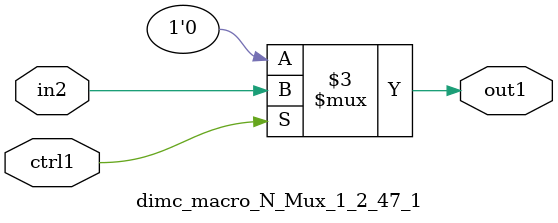
<source format=v>

`timescale 1ps / 1ps


module dimc_macro_N_Mux_1_2_47_1( in2, ctrl1, out1 );

    input in2;
    input ctrl1;
    output out1;
    reg out1;

    
    // rtl_process:dimc_macro_N_Mux_1_2_47_1/dimc_macro_N_Mux_1_2_47_1_thread_1
    always @*
      begin : dimc_macro_N_Mux_1_2_47_1_thread_1
        case (ctrl1) 
          1'b1: 
            begin
              out1 = in2;
            end
          default: 
            begin
              out1 = 1'b0;
            end
        endcase
      end

endmodule


</source>
